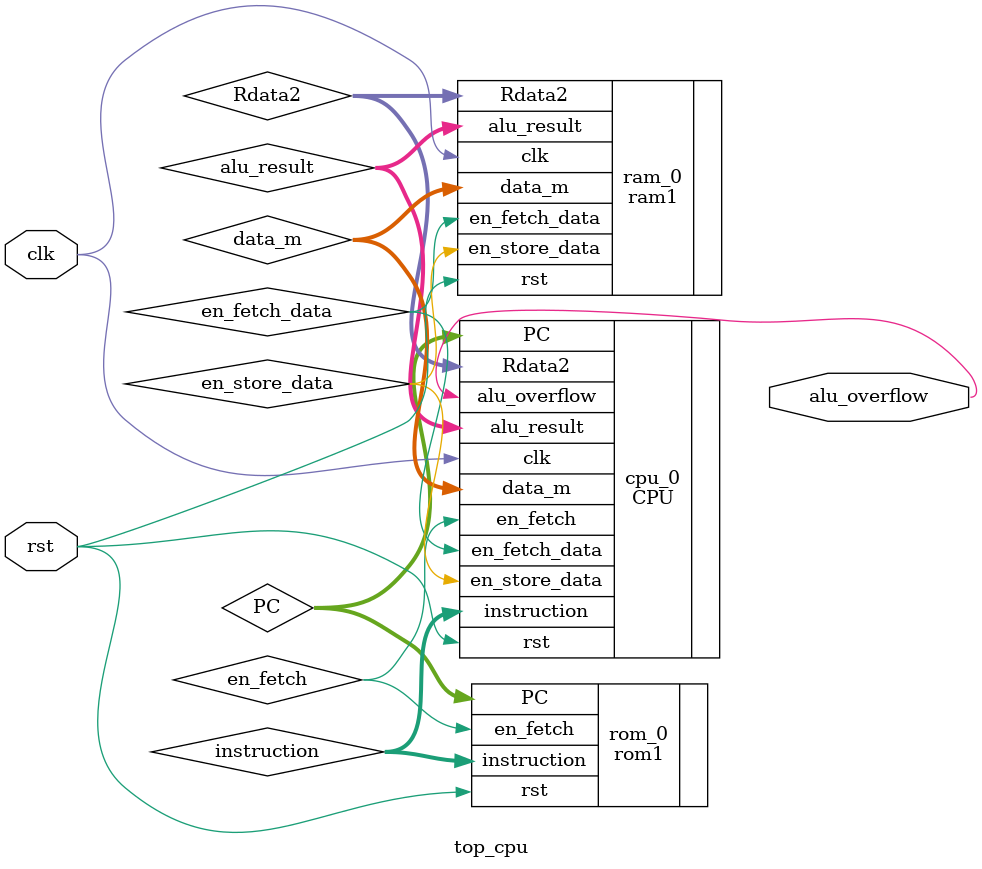
<source format=v>
`timescale 1ns / 1ps


module top_cpu(clk,rst,alu_overflow);
input  clk, rst;
output alu_overflow;
wire   en_fetch,en_fetch_data,en_store_data;
wire   [31:0] PC;//The address of the instruction
wire   [31:0] alu_result;//The address of the data
wire   [31:0] instruction;
wire   [31:0] data_m;//Load this data to register
wire   [31:0] Rdata2;//Store thien_store_datas data to ram

CPU cpu_0(
    .clk(clk),
    .rst(rst),
    .alu_overflow(alu_overflow),
    .en_fetch(en_fetch),
    .en_fetch_data(en_fetch_data),
    .en_store_data(en_store_data),
    .PC(PC),
    .alu_result(alu_result),
    .instruction(instruction),
    .data_m(data_m),
    .Rdata2(Rdata2)      
);


rom1 rom_0 (  
  .rst(rst),
  .en_fetch(en_fetch),       
  .PC(PC),
  .instruction(instruction) 
);

ram1 ram_0(
  .clk(clk),
  .rst(rst),
  .en_fetch_data(en_fetch_data),
  .en_store_data(en_store_data),
  .alu_result(alu_result),
  .data_m(data_m),
  .Rdata2(Rdata2) 
);

endmodule

</source>
